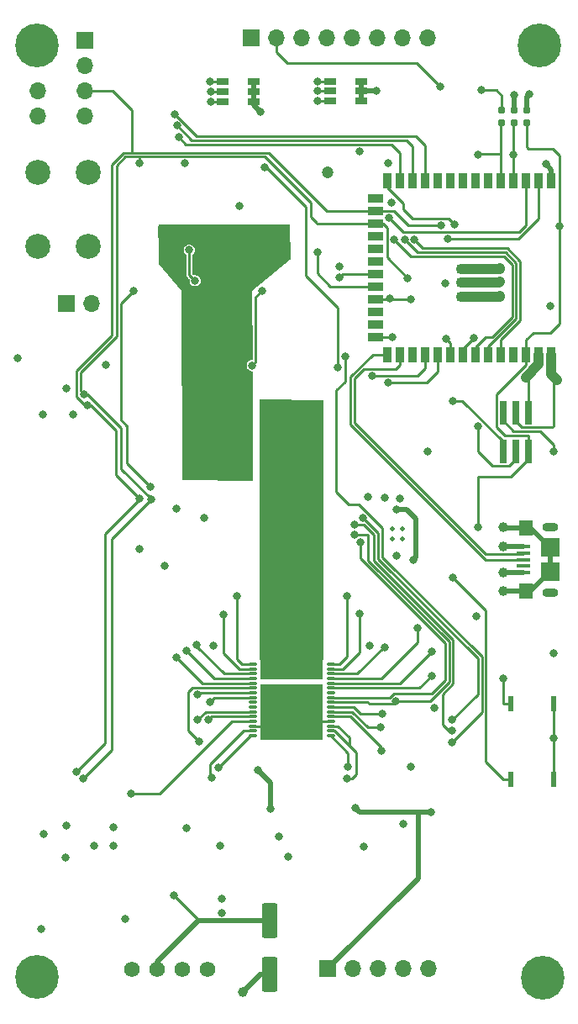
<source format=gbr>
%TF.GenerationSoftware,KiCad,Pcbnew,7.0.6-0*%
%TF.CreationDate,2023-08-11T12:33:22-04:00*%
%TF.ProjectId,bitaxeMax,62697461-7865-44d6-9178-2e6b69636164,rev?*%
%TF.SameCoordinates,Original*%
%TF.FileFunction,Copper,L4,Bot*%
%TF.FilePolarity,Positive*%
%FSLAX46Y46*%
G04 Gerber Fmt 4.6, Leading zero omitted, Abs format (unit mm)*
G04 Created by KiCad (PCBNEW 7.0.6-0) date 2023-08-11 12:33:22*
%MOMM*%
%LPD*%
G01*
G04 APERTURE LIST*
G04 Aperture macros list*
%AMRoundRect*
0 Rectangle with rounded corners*
0 $1 Rounding radius*
0 $2 $3 $4 $5 $6 $7 $8 $9 X,Y pos of 4 corners*
0 Add a 4 corners polygon primitive as box body*
4,1,4,$2,$3,$4,$5,$6,$7,$8,$9,$2,$3,0*
0 Add four circle primitives for the rounded corners*
1,1,$1+$1,$2,$3*
1,1,$1+$1,$4,$5*
1,1,$1+$1,$6,$7*
1,1,$1+$1,$8,$9*
0 Add four rect primitives between the rounded corners*
20,1,$1+$1,$2,$3,$4,$5,0*
20,1,$1+$1,$4,$5,$6,$7,0*
20,1,$1+$1,$6,$7,$8,$9,0*
20,1,$1+$1,$8,$9,$2,$3,0*%
G04 Aperture macros list end*
%TA.AperFunction,ComponentPad*%
%ADD10O,1.700000X1.700000*%
%TD*%
%TA.AperFunction,ComponentPad*%
%ADD11C,0.500000*%
%TD*%
%TA.AperFunction,ComponentPad*%
%ADD12C,0.700000*%
%TD*%
%TA.AperFunction,ComponentPad*%
%ADD13C,4.400000*%
%TD*%
%TA.AperFunction,ComponentPad*%
%ADD14C,0.400000*%
%TD*%
%TA.AperFunction,SMDPad,CuDef*%
%ADD15R,0.508000X1.524000*%
%TD*%
%TA.AperFunction,ComponentPad*%
%ADD16C,1.574800*%
%TD*%
%TA.AperFunction,ComponentPad*%
%ADD17R,1.700000X1.700000*%
%TD*%
%TA.AperFunction,ComponentPad*%
%ADD18C,2.520000*%
%TD*%
%TA.AperFunction,SMDPad,CuDef*%
%ADD19R,0.900000X1.500000*%
%TD*%
%TA.AperFunction,SMDPad,CuDef*%
%ADD20R,1.500000X0.900000*%
%TD*%
%TA.AperFunction,SMDPad,CuDef*%
%ADD21R,0.900000X0.900000*%
%TD*%
%TA.AperFunction,SMDPad,CuDef*%
%ADD22RoundRect,0.135000X0.295000X0.000000X-0.295000X0.000000X-0.295000X0.000000X0.295000X0.000000X0*%
%TD*%
%TA.AperFunction,SMDPad,CuDef*%
%ADD23R,6.300000X1.850000*%
%TD*%
%TA.AperFunction,SMDPad,CuDef*%
%ADD24R,6.300000X5.550000*%
%TD*%
%TA.AperFunction,ConnectorPad*%
%ADD25C,0.787400*%
%TD*%
%TA.AperFunction,SMDPad,CuDef*%
%ADD26R,1.193800X0.711200*%
%TD*%
%TA.AperFunction,SMDPad,CuDef*%
%ADD27RoundRect,0.250000X-0.550000X1.500000X-0.550000X-1.500000X0.550000X-1.500000X0.550000X1.500000X0*%
%TD*%
%TA.AperFunction,SMDPad,CuDef*%
%ADD28R,0.760000X2.400000*%
%TD*%
%TA.AperFunction,SMDPad,CuDef*%
%ADD29R,1.346200X0.406400*%
%TD*%
%TA.AperFunction,SMDPad,CuDef*%
%ADD30R,1.397000X1.600200*%
%TD*%
%TA.AperFunction,SMDPad,CuDef*%
%ADD31R,1.905000X1.905000*%
%TD*%
%TA.AperFunction,ComponentPad*%
%ADD32O,1.600200X0.914400*%
%TD*%
%TA.AperFunction,ViaPad*%
%ADD33C,0.800000*%
%TD*%
%TA.AperFunction,ViaPad*%
%ADD34C,1.000000*%
%TD*%
%TA.AperFunction,ViaPad*%
%ADD35C,1.200000*%
%TD*%
%TA.AperFunction,Conductor*%
%ADD36C,0.254000*%
%TD*%
%TA.AperFunction,Conductor*%
%ADD37C,0.508000*%
%TD*%
%TA.AperFunction,Conductor*%
%ADD38C,1.000000*%
%TD*%
G04 APERTURE END LIST*
D10*
%TO.P,,*%
%TO.N,GND*%
X80110000Y-55129000D03*
%TD*%
D11*
%TO.P,U2,16,GND*%
%TO.N,GND*%
X116830000Y-99283600D03*
%TO.P,U2,17,GND*%
X116830000Y-100283600D03*
%TO.P,U2,18,GND*%
X115830000Y-100283600D03*
%TO.P,U2,19,GND*%
X115830000Y-99283600D03*
%TD*%
D12*
%TO.P,H4,1*%
%TO.N,N/C*%
X78337000Y-50603000D03*
X78820274Y-49436274D03*
X78820274Y-51769726D03*
X79987000Y-48953000D03*
D13*
X79987000Y-50603000D03*
D12*
X79987000Y-52253000D03*
X81153726Y-49436274D03*
X81153726Y-51769726D03*
X81637000Y-50603000D03*
%TD*%
%TO.P,H3,1*%
%TO.N,N/C*%
X129330000Y-144470000D03*
X129813274Y-143303274D03*
X129813274Y-145636726D03*
X130980000Y-142820000D03*
D13*
X130980000Y-144470000D03*
D12*
X130980000Y-146120000D03*
X132146726Y-143303274D03*
X132146726Y-145636726D03*
X132630000Y-144470000D03*
%TD*%
%TO.P,H2,1*%
%TO.N,N/C*%
X129033000Y-50604000D03*
X129516274Y-49437274D03*
X129516274Y-51770726D03*
X130683000Y-48954000D03*
D13*
X130683000Y-50604000D03*
D12*
X130683000Y-52254000D03*
X131849726Y-49437274D03*
X131849726Y-51770726D03*
X132333000Y-50604000D03*
%TD*%
%TO.P,H1,1*%
%TO.N,N/C*%
X78370000Y-144380000D03*
X78853274Y-143213274D03*
X78853274Y-145546726D03*
X80020000Y-142730000D03*
D13*
X80020000Y-144380000D03*
D12*
X80020000Y-146030000D03*
X81186726Y-143213274D03*
X81186726Y-145546726D03*
X81670000Y-144380000D03*
%TD*%
D14*
%TO.P,U9,11,GND*%
%TO.N,GND*%
X98201691Y-68847200D03*
X99151691Y-69422200D03*
X97251691Y-69422200D03*
X98201691Y-69997200D03*
%TD*%
D10*
%TO.P,,*%
%TO.N,/Power/VIN*%
X80110000Y-57669000D03*
%TD*%
D15*
%TO.P,SW1,1*%
%TO.N,GND*%
X132080000Y-116840000D03*
%TO.P,SW1,2*%
%TO.N,/ESP32/EN*%
X127762000Y-116840000D03*
%TD*%
D16*
%TO.P,J4,1,Pin_1*%
%TO.N,GND*%
X89621000Y-143622000D03*
%TO.P,J4,2,Pin_2*%
%TO.N,/5V*%
X92161000Y-143622000D03*
%TO.P,J4,3,Pin_3*%
%TO.N,/Fan/FAN_TACH*%
X94701000Y-143622000D03*
%TO.P,J4,4,Pin_4*%
%TO.N,/Fan/FAN_PWM*%
X97241000Y-143622000D03*
%TD*%
D17*
%TO.P,J9,1,Pin_1*%
%TO.N,GND*%
X84859000Y-50049000D03*
D10*
%TO.P,J9,2,Pin_2*%
%TO.N,/3V3*%
X84859000Y-52589000D03*
%TO.P,J9,3,Pin_3*%
%TO.N,/SCL*%
X84859000Y-55129000D03*
%TO.P,J9,4,Pin_4*%
%TO.N,/SDA*%
X84859000Y-57669000D03*
%TD*%
D18*
%TO.P,J2,1,Pin_1*%
%TO.N,GND*%
X85190000Y-63390000D03*
X80110000Y-63390000D03*
%TD*%
%TO.P,J1,1,Pin_1*%
%TO.N,/Power/VIN*%
X85190000Y-70810000D03*
X80110000Y-70810000D03*
%TD*%
D17*
%TO.P,J6,1,Pin_1*%
%TO.N,/BI*%
X101626000Y-49799000D03*
D10*
%TO.P,J6,2,Pin_2*%
%TO.N,/RST*%
X104166000Y-49799000D03*
%TO.P,J6,3,Pin_3*%
%TO.N,/RX*%
X106706000Y-49799000D03*
%TO.P,J6,4,Pin_4*%
%TO.N,/TX*%
X109246000Y-49799000D03*
%TO.P,J6,5,Pin_5*%
%TO.N,/SDA*%
X111786000Y-49799000D03*
%TO.P,J6,6,Pin_6*%
%TO.N,/SCL*%
X114326000Y-49799000D03*
%TO.P,J6,7,Pin_7*%
%TO.N,/3V3*%
X116866000Y-49799000D03*
%TO.P,J6,8,Pin_8*%
%TO.N,GND*%
X119406000Y-49799000D03*
%TD*%
D17*
%TO.P,J7,1,Pin_1*%
%TO.N,/Power/VIN*%
X83000000Y-76540000D03*
D10*
%TO.P,J7,2,Pin_2*%
%TO.N,/5V*%
X85540000Y-76540000D03*
%TD*%
D17*
%TO.P,J3,1,Pin_1*%
%TO.N,/BM1397/1V8*%
X109350000Y-143580000D03*
D10*
%TO.P,J3,2,Pin_2*%
%TO.N,/BM1397/CI*%
X111890000Y-143580000D03*
%TO.P,J3,3,Pin_3*%
%TO.N,/BM1397/RO*%
X114430000Y-143580000D03*
%TO.P,J3,4,Pin_4*%
%TO.N,/BM1397/RST_N*%
X116970000Y-143580000D03*
%TO.P,J3,5,Pin_5*%
%TO.N,GND*%
X119510000Y-143580000D03*
%TD*%
D19*
%TO.P,U12,1,GND*%
%TO.N,GND*%
X131870000Y-81710000D03*
%TO.P,U12,2,3V3*%
%TO.N,/3V3*%
X130600000Y-81710000D03*
%TO.P,U12,3,EN*%
%TO.N,/ESP32/EN*%
X129330000Y-81710000D03*
%TO.P,U12,4,GPIO4/TOUCH4/ADC1_CH3*%
%TO.N,unconnected-(U12-GPIO4{slash}TOUCH4{slash}ADC1_CH3-Pad4)*%
X128060000Y-81710000D03*
%TO.P,U12,5,GPIO5/TOUCH5/ADC1_CH4*%
%TO.N,/ESP32/LEDZ_R*%
X126790000Y-81710000D03*
%TO.P,U12,6,GPIO6/TOUCH6/ADC1_CH5*%
%TO.N,/ESP32/LEDZ_G*%
X125520000Y-81710000D03*
%TO.P,U12,7,GPIO7/TOUCH7/ADC1_CH6*%
%TO.N,/ESP32/LEDZ_B*%
X124250000Y-81710000D03*
%TO.P,U12,8,GPIO15/U0RTS/ADC2_CH4/XTAL_32K_P*%
%TO.N,/ESP32/XIN32*%
X122980000Y-81710000D03*
%TO.P,U12,9,GPIO16/U0CTS/ADC2_CH5/XTAL_32K_NH5*%
%TO.N,/ESP32/XOUT32*%
X121710000Y-81710000D03*
%TO.P,U12,10,GPIO17/U1TXD/ADC2_CH6*%
%TO.N,/TX*%
X120440000Y-81710000D03*
%TO.P,U12,11,GPIO18/U1RXD/ADC2_CH7/CLK_OUT3*%
%TO.N,/RX*%
X119170000Y-81710000D03*
%TO.P,U12,12,GPIO8/TOUCH8/ADC1_CH7/SUBSPICS1*%
%TO.N,unconnected-(U12-GPIO8{slash}TOUCH8{slash}ADC1_CH7{slash}SUBSPICS1-Pad12)*%
X117900000Y-81710000D03*
%TO.P,U12,13,GPIO19/U1RTS/ADC2_CH8/CLK_OUT2/USB_D-*%
%TO.N,Net-(U12-GPIO19{slash}U1RTS{slash}ADC2_CH8{slash}CLK_OUT2{slash}USB_D-)*%
X116630000Y-81710000D03*
%TO.P,U12,14,GPIO20/U1CTS/ADC2_CH9/CLK_OUT1/USB_D+*%
%TO.N,Net-(U12-GPIO20{slash}U1CTS{slash}ADC2_CH9{slash}CLK_OUT1{slash}USB_D+)*%
X115360000Y-81710000D03*
D20*
%TO.P,U12,15,GPIO3/TOUCH3/ADC1_CH2\u002A*%
%TO.N,/3V3*%
X114110000Y-79945000D03*
%TO.P,U12,16,\u002AGPIO46*%
%TO.N,unconnected-(U12-\u002AGPIO46-Pad16)*%
X114110000Y-78675000D03*
%TO.P,U12,17,GPIO9/TOUCH9/ADC1_CH8/FSPIHD/SUBSPIHD*%
%TO.N,unconnected-(U12-GPIO9{slash}TOUCH9{slash}ADC1_CH8{slash}FSPIHD{slash}SUBSPIHD-Pad17)*%
X114110000Y-77405000D03*
%TO.P,U12,18,GPIO10/TOUCH10/ADC1_CH9/FSPICS0/FSPIIO4/SUBSPICS0*%
%TO.N,/BI*%
X114110000Y-76135000D03*
%TO.P,U12,19,GPIO11/TOUCH11/ADC2_CH0/FSPID/FSPIIO5/SUBSPID*%
%TO.N,/Power/PGOOD*%
X114110000Y-74865000D03*
%TO.P,U12,20,GPIO12/TOUCH12/ADC2_CH1/FSPICLK/FSPIIO6/SUBSPICLK*%
%TO.N,/ESP32/FAN_ALERT*%
X114110000Y-73595000D03*
%TO.P,U12,21,GPIO13/TOUCH13/ADC2_CH2/FSPIQ/FSPIIO7/SUBSPIQ*%
%TO.N,unconnected-(U12-GPIO13{slash}TOUCH13{slash}ADC2_CH2{slash}FSPIQ{slash}FSPIIO7{slash}SUBSPIQ-Pad21)*%
X114110000Y-72325000D03*
%TO.P,U12,22,GPIO14/TOUCH14/ADC2_CH3/FSPIWP/FSPIDQS/SUBSPIWP*%
%TO.N,unconnected-(U12-GPIO14{slash}TOUCH14{slash}ADC2_CH3{slash}FSPIWP{slash}FSPIDQS{slash}SUBSPIWP-Pad22)*%
X114110000Y-71055000D03*
%TO.P,U12,23,GPIO21*%
%TO.N,unconnected-(U12-GPIO21-Pad23)*%
X114110000Y-69785000D03*
%TO.P,U12,24,GPIO47/SPICLK_P/SUBSPICLK_P_DIFF*%
%TO.N,/SDA*%
X114110000Y-68515000D03*
%TO.P,U12,25,GPIO48/SPICLK_N/SUBSPICLK_N_DIFF*%
%TO.N,/SCL*%
X114110000Y-67245000D03*
%TO.P,U12,26,\u002AGPIO45*%
%TO.N,unconnected-(U12-\u002AGPIO45-Pad26)*%
X114110000Y-65975000D03*
D19*
%TO.P,U12,27,GPIO0/BOOT\u002A*%
%TO.N,/ESP32/IO0*%
X115360000Y-64210000D03*
%TO.P,U12,28,SPIIO6/GPIO35/FSPID/SUBSPID*%
%TO.N,/ESP32/LEDX_R*%
X116630000Y-64210000D03*
%TO.P,U12,29,SPIIO7/GPIO36/FSPICLK/SUBSPICLK*%
%TO.N,/ESP32/LEDX_G*%
X117900000Y-64210000D03*
%TO.P,U12,30,SPIDQS/GPIO37/FSPIQ/SUBSPIQ*%
%TO.N,/ESP32/LEDX_B*%
X119170000Y-64210000D03*
%TO.P,U12,31,GPIO38/FSPIWP/SUBSPIWP*%
%TO.N,unconnected-(U12-GPIO38{slash}FSPIWP{slash}SUBSPIWP-Pad31)*%
X120440000Y-64210000D03*
%TO.P,U12,32,MTCK/GPIO39/CLK_OUT3/SUBSPICS1*%
%TO.N,unconnected-(U12-MTCK{slash}GPIO39{slash}CLK_OUT3{slash}SUBSPICS1-Pad32)*%
X121710000Y-64210000D03*
%TO.P,U12,33,MTDO/GPIO40/CLK_OUT2*%
%TO.N,unconnected-(U12-MTDO{slash}GPIO40{slash}CLK_OUT2-Pad33)*%
X122980000Y-64210000D03*
%TO.P,U12,34,MTDI/GPIO41/CLK_OUT1*%
%TO.N,unconnected-(U12-MTDI{slash}GPIO41{slash}CLK_OUT1-Pad34)*%
X124250000Y-64210000D03*
%TO.P,U12,35,MTMS/GPIO42*%
%TO.N,unconnected-(U12-MTMS{slash}GPIO42-Pad35)*%
X125520000Y-64210000D03*
%TO.P,U12,36,U0RXD/GPIO44/CLK_OUT2*%
%TO.N,/ESP32/P_RX*%
X126790000Y-64210000D03*
%TO.P,U12,37,U0TXD/GPIO43/CLK_OUT1*%
%TO.N,/ESP32/P_TX*%
X128060000Y-64210000D03*
%TO.P,U12,38,GPIO2/TOUCH2/ADC1_CH1*%
%TO.N,/VDD*%
X129330000Y-64210000D03*
%TO.P,U12,39,GPIO1/TOUCH1/ADC1_CH0*%
%TO.N,/RST*%
X130600000Y-64210000D03*
%TO.P,U12,40,GND*%
%TO.N,GND*%
X131870000Y-64210000D03*
D21*
%TO.P,U12,41,GND*%
X122750000Y-75860000D03*
X124150000Y-75860000D03*
X125550000Y-75860000D03*
X122750000Y-74460000D03*
X124150000Y-74460000D03*
X125550000Y-74460000D03*
X122750000Y-73060000D03*
X124150000Y-73060000D03*
X125550000Y-73060000D03*
%TD*%
D22*
%TO.P,IC1,1,VDD3_0*%
%TO.N,Net-(IC1-VDD3_0)*%
X109624600Y-112880000D03*
%TO.P,IC1,2,VDD2_0*%
%TO.N,Net-(IC1-VDD2_0)*%
X109624600Y-113360000D03*
%TO.P,IC1,3,VDD1_0*%
%TO.N,Net-(IC1-VDD1_0)*%
X109624600Y-113840000D03*
%TO.P,IC1,4,ADDR0*%
%TO.N,Net-(IC1-ADDR0)*%
X109624600Y-114320000D03*
%TO.P,IC1,5,ADDR1*%
%TO.N,Net-(IC1-ADDR1)*%
X109624600Y-114800000D03*
%TO.P,IC1,6,ADDR2*%
%TO.N,Net-(IC1-ADDR2)*%
X109624600Y-115280000D03*
%TO.P,IC1,7,TEST*%
%TO.N,unconnected-(IC1-TEST-Pad7)*%
X109624600Y-115760000D03*
%TO.P,IC1,8,BI*%
%TO.N,/BM1397/BM_BI*%
X109624600Y-116240000D03*
%TO.P,IC1,9,NRSTI*%
%TO.N,/BM1397/RST_N*%
X109624600Y-116720000D03*
%TO.P,IC1,10,RO*%
%TO.N,Net-(IC1-RO)*%
X109624600Y-117200000D03*
%TO.P,IC1,11,CI*%
%TO.N,Net-(IC1-CI)*%
X109624600Y-117680000D03*
%TO.P,IC1,12,CLKI*%
%TO.N,/BM1397/BM_CLKI*%
X109624600Y-118160000D03*
%TO.P,IC1,13,PLL_VSS*%
%TO.N,GND*%
X109624600Y-118640000D03*
%TO.P,IC1,14,PLL_VDD*%
%TO.N,/BM1397/0V8*%
X109624600Y-119120000D03*
%TO.P,IC1,15,VDDIO_08_0*%
X109624600Y-119600000D03*
%TO.P,IC1,16,VDDIO_18_0*%
%TO.N,/BM1397/1V8*%
X109624600Y-120080000D03*
%TO.P,IC1,17,VDDIO_18_1*%
X101755400Y-120080000D03*
%TO.P,IC1,18,VDDIO_08_1*%
%TO.N,/BM1397/0V8*%
X101755400Y-119600000D03*
%TO.P,IC1,19,VSS*%
%TO.N,GND*%
X101755400Y-119120000D03*
%TO.P,IC1,20,PIN_MODE*%
%TO.N,Net-(IC1-PIN_MODE)*%
X101755400Y-118640000D03*
%TO.P,IC1,21,TEMP_N*%
%TO.N,/TEMP_N*%
X101755400Y-118160000D03*
%TO.P,IC1,22,TEMP_P*%
%TO.N,/TEMP_P*%
X101755400Y-117680000D03*
%TO.P,IC1,23,RF*%
%TO.N,unconnected-(IC1-RF-Pad23)*%
X101755400Y-117200000D03*
%TO.P,IC1,24,TF*%
%TO.N,unconnected-(IC1-TF-Pad24)*%
X101755400Y-116720000D03*
%TO.P,IC1,25,CLKO*%
%TO.N,Net-(IC1-CLKO)*%
X101755400Y-116240000D03*
%TO.P,IC1,26,CO*%
%TO.N,Net-(IC1-CO)*%
X101755400Y-115760000D03*
%TO.P,IC1,27,RI*%
%TO.N,Net-(IC1-RI)*%
X101755400Y-115280000D03*
%TO.P,IC1,28,NRSTO*%
%TO.N,Net-(IC1-NRSTO)*%
X101755400Y-114800000D03*
%TO.P,IC1,29,BO*%
%TO.N,Net-(IC1-BO)*%
X101755400Y-114320000D03*
%TO.P,IC1,30,VDD1_1*%
%TO.N,Net-(IC1-VDD1_1)*%
X101755400Y-113840000D03*
%TO.P,IC1,31,VDD2_1*%
%TO.N,Net-(IC1-VDD2_1)*%
X101755400Y-113360000D03*
%TO.P,IC1,32,VDD3_1*%
%TO.N,Net-(IC1-VDD3_1)*%
X101755400Y-112880000D03*
D23*
%TO.P,IC1,33,VDD*%
%TO.N,/VDD*%
X105690000Y-113480000D03*
D24*
%TO.P,IC1,34,VSS_0*%
%TO.N,GND*%
X105690000Y-117680000D03*
%TD*%
D25*
%TO.P,J5,1,Pin_1*%
%TO.N,/ESP32/EN*%
X129400000Y-58365000D03*
%TO.P,J5,2,Pin_2*%
%TO.N,/3V3*%
X129400000Y-57095000D03*
%TO.P,J5,3,Pin_3*%
%TO.N,/ESP32/P_TX*%
X128130000Y-58365000D03*
%TO.P,J5,4,Pin_4*%
%TO.N,GND*%
X128130000Y-57095000D03*
%TO.P,J5,5,Pin_5*%
%TO.N,/ESP32/P_RX*%
X126860000Y-58365000D03*
%TO.P,J5,6,Pin_6*%
%TO.N,/ESP32/IO0*%
X126860000Y-57095000D03*
%TD*%
D15*
%TO.P,SW2,1*%
%TO.N,GND*%
X132080000Y-124460000D03*
%TO.P,SW2,2*%
%TO.N,/ESP32/IO0*%
X127762000Y-124460000D03*
%TD*%
D26*
%TO.P,U13,1,BC*%
%TO.N,GND*%
X112698247Y-54179999D03*
%TO.P,U13,2,GC*%
X112698247Y-55180000D03*
%TO.P,U13,3,RC*%
X112698247Y-56180001D03*
%TO.P,U13,4,RA*%
%TO.N,Net-(U13-RA)*%
X109574047Y-56180001D03*
%TO.P,U13,5,GA*%
%TO.N,Net-(U13-GA)*%
X109574047Y-55180000D03*
%TO.P,U13,6,BA*%
%TO.N,Net-(U13-BA)*%
X109574047Y-54179999D03*
%TD*%
D27*
%TO.P,C28,1*%
%TO.N,/5V*%
X103490000Y-138720000D03*
%TO.P,C28,2*%
%TO.N,GND*%
X103490000Y-144120000D03*
%TD*%
D28*
%TO.P,J11,1,1*%
%TO.N,/ESP32/EN*%
X129540000Y-91440000D03*
%TO.P,J11,2,2*%
%TO.N,/3V3*%
X129540000Y-87540000D03*
%TO.P,J11,3,3*%
%TO.N,/ESP32/P_TX*%
X128270000Y-91440000D03*
%TO.P,J11,4,4*%
%TO.N,GND*%
X128270000Y-87540000D03*
%TO.P,J11,5,5*%
%TO.N,/ESP32/P_RX*%
X127000000Y-91440000D03*
%TO.P,J11,6,6*%
%TO.N,/ESP32/IO0*%
X127000000Y-87540000D03*
%TD*%
D26*
%TO.P,U4,1,BC*%
%TO.N,GND*%
X101864394Y-54209999D03*
%TO.P,U4,2,GC*%
X101864394Y-55210000D03*
%TO.P,U4,3,RC*%
X101864394Y-56210001D03*
%TO.P,U4,4,RA*%
%TO.N,Net-(U4-RA)*%
X98740194Y-56210001D03*
%TO.P,U4,5,GA*%
%TO.N,Net-(U4-GA)*%
X98740194Y-55210000D03*
%TO.P,U4,6,BA*%
%TO.N,Net-(U4-BA)*%
X98740194Y-54209999D03*
%TD*%
D29*
%TO.P,USB1,1,VBUS*%
%TO.N,Net-(USB1-VBUS)*%
X129061999Y-101059998D03*
%TO.P,USB1,2,D-*%
%TO.N,Net-(U12-GPIO19{slash}U1RTS{slash}ADC2_CH8{slash}CLK_OUT2{slash}USB_D-)*%
X129061999Y-101709999D03*
%TO.P,USB1,3,D+*%
%TO.N,Net-(U12-GPIO20{slash}U1CTS{slash}ADC2_CH9{slash}CLK_OUT1{slash}USB_D+)*%
X129061999Y-102359998D03*
%TO.P,USB1,4,ID*%
%TO.N,unconnected-(USB1-ID-Pad4)*%
X129061999Y-103009997D03*
%TO.P,USB1,5,GND*%
%TO.N,GND*%
X129061999Y-103659998D03*
D30*
%TO.P,USB1,6,6*%
X129286999Y-99159997D03*
%TO.P,USB1,7,7*%
X129286999Y-105559999D03*
D31*
%TO.P,USB1,8,8*%
X131737000Y-101159998D03*
%TO.P,USB1,9,9*%
X131737000Y-103559998D03*
D32*
%TO.P,USB1,S_1*%
%TO.N,N/C*%
X131737000Y-99060000D03*
%TO.P,USB1,S_2*%
X131737000Y-105659996D03*
%TD*%
D33*
%TO.N,GND*%
X103110000Y-115590000D03*
X97830000Y-111040000D03*
X80410000Y-139600000D03*
D34*
X127000000Y-105559999D03*
D33*
X78090000Y-82060000D03*
X100850600Y-73131400D03*
X103110000Y-116950000D03*
X116910000Y-128990000D03*
X104630000Y-119670000D03*
D34*
X126719000Y-75842000D03*
X127000000Y-103659998D03*
D33*
X97320000Y-93500000D03*
X131300000Y-62500000D03*
X112980000Y-131260000D03*
X108120000Y-119660000D03*
X97320000Y-87878600D03*
X100580000Y-87270000D03*
X97320000Y-84830000D03*
X98860000Y-84830000D03*
X114230000Y-55160000D03*
X104630000Y-115590000D03*
X98682000Y-136516000D03*
X98860000Y-93500000D03*
X106450000Y-116920000D03*
X128120000Y-55550000D03*
X113540000Y-111040000D03*
X95400600Y-69431400D03*
X106450000Y-119640000D03*
D34*
X100765000Y-145890000D03*
D33*
X94890000Y-62470000D03*
X97320000Y-86310000D03*
X106450000Y-118280000D03*
X80660000Y-87760000D03*
X97320000Y-89650000D03*
X132080000Y-120380000D03*
D34*
X126719000Y-74372000D03*
D33*
X103110000Y-119670000D03*
X90360055Y-101249945D03*
X88908900Y-138550000D03*
X98860000Y-91520000D03*
X117730000Y-123190000D03*
X104630000Y-118310000D03*
X121210000Y-74547000D03*
X120110000Y-117300000D03*
X98860000Y-86310000D03*
X97320000Y-91520000D03*
X102570000Y-57250000D03*
X87764000Y-129341000D03*
X115749000Y-66446000D03*
X113410000Y-96043600D03*
X112512000Y-61250000D03*
X106450000Y-115560000D03*
X95110000Y-129400000D03*
X98860000Y-89650000D03*
X104630000Y-116950000D03*
X86970000Y-82770000D03*
D34*
X126719000Y-73012000D03*
D33*
X105330000Y-132320000D03*
X104430000Y-130240000D03*
X108120000Y-115580000D03*
D34*
X132450000Y-84290000D03*
D33*
X124308576Y-108035637D03*
X108120000Y-118300000D03*
X108120000Y-116940000D03*
X98860000Y-87878600D03*
X103110000Y-118310000D03*
X116274100Y-101933600D03*
X83001194Y-129118806D03*
X96840000Y-98140000D03*
X92910000Y-102990000D03*
D34*
X127000000Y-99060000D03*
D33*
X100580000Y-85521400D03*
%TO.N,/BM1397/1V8*%
X116260000Y-97313600D03*
X119760000Y-127770000D03*
X117940000Y-102413600D03*
X112130000Y-127390000D03*
X111380000Y-123250000D03*
X98320000Y-123300000D03*
%TO.N,/BM1397/0V8*%
X111240000Y-124400000D03*
X97650000Y-124350000D03*
X102260000Y-123530000D03*
X103530000Y-127490000D03*
%TO.N,/VDD*%
X110361000Y-82986000D03*
X115517000Y-67970000D03*
X103000000Y-104240000D03*
X105152000Y-113890000D03*
D35*
X107870000Y-90540000D03*
X107910000Y-92670000D03*
D33*
X104126000Y-113110000D03*
X108330000Y-104270000D03*
X108230000Y-113150000D03*
X103100000Y-113900000D03*
X103000000Y-62838100D03*
X107204000Y-113920000D03*
D35*
X107910000Y-94640000D03*
D33*
X106178000Y-113110000D03*
D35*
X105880000Y-90540000D03*
X105880000Y-88500000D03*
X107850000Y-88520000D03*
X105930000Y-94670000D03*
X105900000Y-92650000D03*
D33*
%TO.N,/ESP32/EN*%
X127000000Y-114300000D03*
X132665000Y-68760000D03*
X124460000Y-99060000D03*
%TO.N,/5V*%
X85750000Y-131200000D03*
X100470000Y-66770000D03*
X93869000Y-136167000D03*
X87748000Y-131214000D03*
X119380000Y-91440000D03*
D35*
X109323000Y-63360000D03*
D33*
X98450000Y-131200000D03*
%TO.N,/3V3*%
X115457000Y-62413000D03*
X115060000Y-96153600D03*
X129610000Y-55490000D03*
D34*
X129310000Y-83980000D03*
D33*
X115840000Y-79945000D03*
X110536000Y-72864000D03*
X131744000Y-76848000D03*
X98662000Y-137914100D03*
X116600000Y-96213600D03*
X83700000Y-87750000D03*
X80676100Y-129980000D03*
X82880000Y-132350000D03*
X94100000Y-97190000D03*
X132080000Y-111760000D03*
X82990000Y-85090000D03*
%TO.N,/TX*%
X115412000Y-84554000D03*
%TO.N,/RX*%
X113836000Y-83855000D03*
%TO.N,/BM1397/RST_N*%
X112070000Y-99853600D03*
X116190000Y-116610000D03*
%TO.N,/BM1397/CI*%
X121880000Y-119600000D03*
X112020000Y-98843600D03*
%TO.N,/RST*%
X120676000Y-54726000D03*
X121437000Y-70037900D03*
%TO.N,/BM1397/RO*%
X112870000Y-98163600D03*
X121859000Y-118519000D03*
%TO.N,/TEMP_N*%
X97340000Y-118490000D03*
%TO.N,/TEMP_P*%
X96203000Y-118495000D03*
%TO.N,/SCL*%
X120743000Y-68680100D03*
X85120000Y-86810000D03*
X90390000Y-96230000D03*
X84010000Y-123740000D03*
%TO.N,/Power/OUT0*%
X91440000Y-95040000D03*
X89730000Y-75310000D03*
%TO.N,Net-(IC1-VDD1_0)*%
X115070000Y-111160000D03*
%TO.N,Net-(IC1-VDD2_0)*%
X112530000Y-107800000D03*
%TO.N,Net-(IC1-VDD3_0)*%
X111250000Y-106010000D03*
%TO.N,Net-(IC1-VDD3_1)*%
X100180000Y-106040000D03*
%TO.N,Net-(IC1-VDD2_1)*%
X98850000Y-107880000D03*
%TO.N,Net-(IC1-VDD1_1)*%
X96130000Y-110920000D03*
%TO.N,Net-(U9-BOOT)*%
X95368800Y-71183600D03*
X95958800Y-74273600D03*
%TO.N,Net-(IC1-ADDR0)*%
X118380000Y-109220000D03*
%TO.N,Net-(IC1-ADDR1)*%
X119780000Y-111630000D03*
%TO.N,Net-(IC1-ADDR2)*%
X119790000Y-114060000D03*
%TO.N,Net-(IC1-RO)*%
X114800000Y-117880000D03*
%TO.N,Net-(IC1-CI)*%
X114690000Y-119230000D03*
%TO.N,Net-(IC1-PIN_MODE)*%
X89540000Y-125970000D03*
%TO.N,Net-(IC1-CLKO)*%
X97500000Y-116660000D03*
%TO.N,Net-(IC1-CO)*%
X96180000Y-115958900D03*
%TO.N,Net-(IC1-RI)*%
X96360000Y-120670000D03*
%TO.N,Net-(IC1-NRSTO)*%
X94099000Y-112195000D03*
%TO.N,Net-(IC1-BO)*%
X95116000Y-111529000D03*
%TO.N,/BI*%
X117717100Y-76139000D03*
X115546000Y-76073000D03*
%TO.N,Net-(Q2-G)*%
X101710600Y-82811400D03*
X102700000Y-75260000D03*
%TO.N,Net-(U4-BA)*%
X97500000Y-54210000D03*
%TO.N,Net-(U13-BA)*%
X108340000Y-54180000D03*
%TO.N,/ESP32/P_TX*%
X124460000Y-88900000D03*
X128060000Y-61549000D03*
%TO.N,/ESP32/P_RX*%
X124447000Y-61551000D03*
X121920000Y-86360000D03*
%TO.N,/ESP32/IO0*%
X132080000Y-91440000D03*
X124830000Y-55100000D03*
X121920000Y-104140000D03*
X122113000Y-68573000D03*
%TO.N,/ESP32/XIN32*%
X124019000Y-80080000D03*
%TO.N,Net-(U4-GA)*%
X97520000Y-55200000D03*
%TO.N,/ESP32/XOUT32*%
X121248000Y-80100000D03*
%TO.N,/Power/PGOOD*%
X108278900Y-71440000D03*
%TO.N,Net-(U13-GA)*%
X108320000Y-55170000D03*
%TO.N,Net-(U4-RA)*%
X97540000Y-56230000D03*
%TO.N,/ESP32/LEDX_B*%
X93950000Y-57520000D03*
%TO.N,Net-(U13-RA)*%
X108310000Y-56190000D03*
%TO.N,/ESP32/FAN_ALERT*%
X111108000Y-81876000D03*
X121867000Y-120750000D03*
X110497000Y-73924000D03*
%TO.N,/ESP32/LEDZ_B*%
X116044000Y-70126000D03*
%TO.N,/ESP32/LEDX_G*%
X94129945Y-58660055D03*
%TO.N,/ESP32/LEDZ_G*%
X117097000Y-70138000D03*
%TO.N,/BM1397/BM_BI*%
X112660000Y-100653600D03*
%TO.N,/SDA*%
X84702648Y-124392960D03*
X117403141Y-73987441D03*
X84730000Y-85730000D03*
X91500000Y-96290000D03*
X90357445Y-62412445D03*
%TO.N,/BM1397/BM_CLKI*%
X114720000Y-121640000D03*
%TO.N,/ESP32/LEDX_R*%
X94319890Y-59810110D03*
%TO.N,/ESP32/LEDZ_R*%
X118065584Y-70146474D03*
D34*
%TO.N,Net-(USB1-VBUS)*%
X127000000Y-101059998D03*
%TD*%
D36*
%TO.N,GND*%
X101755400Y-119120000D02*
X104250000Y-119120000D01*
X104250000Y-119120000D02*
X105690000Y-117680000D01*
X132080000Y-120380000D02*
X132080000Y-116840000D01*
D37*
X128130000Y-57095000D02*
X128130000Y-55560000D01*
D36*
X131960600Y-89019400D02*
X132080000Y-88900000D01*
D37*
X129081999Y-103659998D02*
X127000000Y-103659998D01*
X127000000Y-105559999D02*
X129306999Y-105559999D01*
X131870000Y-64210000D02*
X131870000Y-63070000D01*
D36*
X132080000Y-124460000D02*
X132080000Y-120380000D01*
D37*
X129736999Y-99159997D02*
X131737000Y-101159998D01*
D36*
X106650000Y-118640000D02*
X105690000Y-117680000D01*
D38*
X122750000Y-75860000D02*
X126701000Y-75860000D01*
D36*
X128270000Y-88408800D02*
X128880600Y-89019400D01*
D37*
X101864394Y-56210001D02*
X101864394Y-56544394D01*
D38*
X122750000Y-73060000D02*
X126671000Y-73060000D01*
D37*
X103490000Y-144120000D02*
X102450000Y-144120000D01*
D36*
X128270000Y-87540000D02*
X128270000Y-88408800D01*
D38*
X132450000Y-84290000D02*
X131870000Y-83710000D01*
X126671000Y-73060000D02*
X126719000Y-73012000D01*
D36*
X109624600Y-118640000D02*
X106650000Y-118640000D01*
D37*
X101864394Y-56210001D02*
X101864394Y-54209999D01*
D36*
X128880600Y-89019400D02*
X131960600Y-89019400D01*
D38*
X122750000Y-74460000D02*
X126631000Y-74460000D01*
D36*
X129736999Y-105559999D02*
X129286999Y-105559999D01*
D37*
X131870000Y-63070000D02*
X131300000Y-62500000D01*
X112698247Y-55180000D02*
X114210000Y-55180000D01*
X129306999Y-99159997D02*
X127099997Y-99159997D01*
X131737000Y-103559998D02*
X129736999Y-105559999D01*
X128130000Y-55560000D02*
X128120000Y-55550000D01*
D36*
X127099997Y-99159997D02*
X127000000Y-99060000D01*
D37*
X102450000Y-144205000D02*
X100765000Y-145890000D01*
X131737000Y-101159998D02*
X131737000Y-103559998D01*
D36*
X129286999Y-99159997D02*
X129736999Y-99159997D01*
D37*
X102450000Y-144120000D02*
X102450000Y-144205000D01*
X112698247Y-54179999D02*
X112698247Y-56180001D01*
X101864394Y-56544394D02*
X102570000Y-57250000D01*
D38*
X126631000Y-74460000D02*
X126719000Y-74372000D01*
D36*
X132080000Y-84660000D02*
X132450000Y-84290000D01*
X132080000Y-88900000D02*
X132080000Y-84660000D01*
D37*
X114210000Y-55180000D02*
X114230000Y-55160000D01*
D38*
X126701000Y-75860000D02*
X126719000Y-75842000D01*
X131870000Y-83710000D02*
X131870000Y-81710000D01*
D36*
%TO.N,/BM1397/1V8*%
X111380000Y-121835400D02*
X111380000Y-123250000D01*
D37*
X117240000Y-97313600D02*
X116260000Y-97313600D01*
X112130000Y-127390000D02*
X112510000Y-127770000D01*
X112510000Y-127770000D02*
X118490000Y-127770000D01*
X118210000Y-98283600D02*
X117240000Y-97313600D01*
D36*
X101540000Y-120080000D02*
X98320000Y-123300000D01*
D37*
X118210000Y-102143600D02*
X118210000Y-98283600D01*
X118490000Y-134440000D02*
X109350000Y-143580000D01*
D36*
X109624600Y-120080000D02*
X111380000Y-121835400D01*
D37*
X118490000Y-127770000D02*
X118490000Y-134440000D01*
D36*
X101755400Y-120080000D02*
X101540000Y-120080000D01*
D37*
X118490000Y-127770000D02*
X119760000Y-127770000D01*
X117940000Y-102413600D02*
X118210000Y-102143600D01*
D36*
%TO.N,/BM1397/0V8*%
X101755400Y-119600000D02*
X100830000Y-119600000D01*
D37*
X103530000Y-127490000D02*
X103530000Y-124800000D01*
D36*
X97460000Y-124160000D02*
X97650000Y-124350000D01*
X111500000Y-120270000D02*
X111500000Y-121000000D01*
X111500000Y-121000000D02*
X111462487Y-121037513D01*
X111760000Y-124400000D02*
X111240000Y-124400000D01*
X111462487Y-121037513D02*
X112220000Y-121795026D01*
X110350000Y-119120000D02*
X111500000Y-120270000D01*
X109624600Y-119600000D02*
X110024974Y-119600000D01*
D37*
X103530000Y-124800000D02*
X102260000Y-123530000D01*
D36*
X109624600Y-119120000D02*
X110350000Y-119120000D01*
X97460000Y-122970000D02*
X97460000Y-124160000D01*
X110024974Y-119600000D02*
X111462487Y-121037513D01*
X112220000Y-123940000D02*
X111760000Y-124400000D01*
X112220000Y-121795026D02*
X112220000Y-123940000D01*
X100830000Y-119600000D02*
X97460000Y-122970000D01*
%TO.N,/VDD*%
X103133100Y-62838100D02*
X103000000Y-62838100D01*
X115517000Y-67970000D02*
X116906000Y-69359000D01*
X110300000Y-82925000D02*
X110300000Y-76960000D01*
X110300000Y-76960000D02*
X107110000Y-73770000D01*
X116906000Y-69359000D02*
X128630000Y-69359000D01*
X128630000Y-69359000D02*
X129330000Y-68659000D01*
X107110000Y-73770000D02*
X107110000Y-66815000D01*
X110361000Y-82986000D02*
X110300000Y-82925000D01*
X129330000Y-68659000D02*
X129330000Y-64210000D01*
X107110000Y-66815000D02*
X103133100Y-62838100D01*
%TO.N,/ESP32/EN*%
X129348000Y-80241000D02*
X129348000Y-80228000D01*
X131995000Y-60960000D02*
X132665000Y-61630000D01*
X127153400Y-89832200D02*
X126340600Y-89019400D01*
X129540000Y-89832200D02*
X127153400Y-89832200D01*
X127820000Y-93980000D02*
X124460000Y-93980000D01*
X129400000Y-60820000D02*
X129540000Y-60960000D01*
X126340600Y-85703400D02*
X129330000Y-82714000D01*
X132665000Y-78605000D02*
X131780000Y-79490000D01*
X124460000Y-93980000D02*
X124460000Y-99060000D01*
X130050000Y-79490000D02*
X129330000Y-80210000D01*
X129348000Y-80228000D02*
X129330000Y-80210000D01*
X129400000Y-58365000D02*
X129400000Y-60820000D01*
X127000000Y-116840000D02*
X127762000Y-116840000D01*
X132665000Y-61630000D02*
X132665000Y-68760000D01*
X126340600Y-89019400D02*
X126340600Y-85703400D01*
X129540000Y-91440000D02*
X129540000Y-89832200D01*
X127000000Y-114300000D02*
X127000000Y-116840000D01*
X129540000Y-60960000D02*
X131995000Y-60960000D01*
X131780000Y-79490000D02*
X130050000Y-79490000D01*
X129330000Y-82714000D02*
X129330000Y-81710000D01*
X129330000Y-80210000D02*
X129330000Y-81710000D01*
X129540000Y-92260000D02*
X127820000Y-93980000D01*
X129540000Y-91440000D02*
X129540000Y-92260000D01*
X132665000Y-68760000D02*
X132665000Y-78605000D01*
D37*
%TO.N,/5V*%
X92161000Y-142859000D02*
X92161000Y-143622000D01*
D36*
X93869000Y-136167000D02*
X96290000Y-138588000D01*
D37*
X95560000Y-139450000D02*
X95560000Y-139460000D01*
X96290000Y-138720000D02*
X95560000Y-139450000D01*
X103490000Y-138720000D02*
X96290000Y-138720000D01*
D36*
X96290000Y-138588000D02*
X96290000Y-138720000D01*
D37*
X95560000Y-139460000D02*
X92161000Y-142859000D01*
D38*
%TO.N,/3V3*%
X130600000Y-82690000D02*
X130600000Y-81710000D01*
D36*
X114110000Y-79945000D02*
X115840000Y-79945000D01*
X129540000Y-84210000D02*
X129310000Y-83980000D01*
X129540000Y-87540000D02*
X129540000Y-84210000D01*
D37*
X129400000Y-55700000D02*
X129610000Y-55490000D01*
D38*
X129310000Y-83980000D02*
X130600000Y-82690000D01*
D37*
X129400000Y-57095000D02*
X129400000Y-55700000D01*
D36*
%TO.N,/TX*%
X119281000Y-84554000D02*
X120440000Y-83395000D01*
X115412000Y-84554000D02*
X119281000Y-84554000D01*
X120440000Y-83395000D02*
X120440000Y-81710000D01*
%TO.N,/RX*%
X113836000Y-83855000D02*
X118414000Y-83855000D01*
X118414000Y-83855000D02*
X119170000Y-83099000D01*
X119170000Y-83099000D02*
X119170000Y-81710000D01*
%TO.N,/BM1397/RST_N*%
X121567857Y-114706400D02*
X119664257Y-116610000D01*
X113349874Y-116720000D02*
X113498785Y-116868911D01*
X112070000Y-99853600D02*
X113410000Y-99853600D01*
X119664257Y-116610000D02*
X116190000Y-116610000D01*
X113410000Y-99853600D02*
X113410000Y-102434208D01*
X113410000Y-102434208D02*
X121567857Y-110592065D01*
X115931089Y-116868911D02*
X116190000Y-116610000D01*
X109624600Y-116720000D02*
X113349874Y-116720000D01*
X113498785Y-116868911D02*
X115931089Y-116868911D01*
X121567857Y-110592065D02*
X121567857Y-114706400D01*
%TO.N,/BM1397/CI*%
X121880000Y-119600000D02*
X121509000Y-119600000D01*
X112974736Y-98843600D02*
X112020000Y-98843600D01*
X113990000Y-102439472D02*
X113990000Y-99858864D01*
X120908000Y-115940993D02*
X121974257Y-114874736D01*
X120908000Y-118999000D02*
X120908000Y-115940993D01*
X121974257Y-114874736D02*
X121974257Y-110423729D01*
X113990000Y-99858864D02*
X112974736Y-98843600D01*
X121974257Y-110423729D02*
X113990000Y-102439472D01*
X121509000Y-119600000D02*
X120908000Y-118999000D01*
%TO.N,/RST*%
X104166000Y-51281000D02*
X104166000Y-49799000D01*
X130550000Y-64260000D02*
X130600000Y-64210000D01*
X121437000Y-70037900D02*
X128525836Y-70037900D01*
X105268000Y-52383000D02*
X104166000Y-51281000D01*
X118333000Y-52383000D02*
X105268000Y-52383000D01*
X120676000Y-54726000D02*
X118333000Y-52383000D01*
X128525836Y-70037900D02*
X130550000Y-68013736D01*
X130550000Y-68013736D02*
X130550000Y-64260000D01*
%TO.N,/BM1397/RO*%
X114396400Y-102271136D02*
X114396400Y-99690000D01*
X124460000Y-115918000D02*
X124460000Y-112334736D01*
X124460000Y-112334736D02*
X114396400Y-102271136D01*
X114396400Y-99690000D02*
X112870000Y-98163600D01*
X121859000Y-118519000D02*
X124460000Y-115918000D01*
%TO.N,/TEMP_N*%
X97340000Y-118490000D02*
X97670000Y-118160000D01*
X97670000Y-118160000D02*
X101755400Y-118160000D01*
%TO.N,/TEMP_P*%
X97018000Y-117680000D02*
X101755400Y-117680000D01*
X96203000Y-118495000D02*
X97018000Y-117680000D01*
%TO.N,/SCL*%
X87990000Y-93830000D02*
X87990000Y-89340000D01*
X90390000Y-96230000D02*
X87990000Y-93830000D01*
X120743000Y-68680100D02*
X117408100Y-68680100D01*
X85460000Y-86810000D02*
X85120000Y-86810000D01*
X84849183Y-86810000D02*
X85120000Y-86810000D01*
X90390000Y-96280000D02*
X86891001Y-99778999D01*
X84004200Y-85965017D02*
X84849183Y-86810000D01*
X89611200Y-61384200D02*
X88761064Y-61384200D01*
X117408100Y-68680100D02*
X115973000Y-67245000D01*
X115973000Y-67245000D02*
X114110000Y-67245000D01*
X89611200Y-61384200D02*
X89611200Y-57093200D01*
X109670000Y-67245000D02*
X114110000Y-67245000D01*
X109646000Y-67269000D02*
X109670000Y-67245000D01*
X87567632Y-62577632D02*
X87567632Y-79787632D01*
X87567632Y-79787632D02*
X84004200Y-83351064D01*
X88761064Y-61384200D02*
X87567632Y-62577632D01*
X84004200Y-83351064D02*
X84004200Y-85965017D01*
X87647000Y-55129000D02*
X84859000Y-55129000D01*
X86891001Y-120858999D02*
X84010000Y-123740000D01*
X109266000Y-67269000D02*
X103381200Y-61384200D01*
X89611200Y-57093200D02*
X87647000Y-55129000D01*
X87990000Y-89340000D02*
X85460000Y-86810000D01*
X90390000Y-96230000D02*
X90390000Y-96280000D01*
X86891001Y-99778999D02*
X86891001Y-120858999D01*
X103381200Y-61384200D02*
X89611200Y-61384200D01*
X109646000Y-67269000D02*
X109266000Y-67269000D01*
%TO.N,/Power/OUT0*%
X89080000Y-92680000D02*
X89080000Y-88900000D01*
X88456400Y-88276400D02*
X88456400Y-76583600D01*
X88456400Y-76583600D02*
X89730000Y-75310000D01*
X91440000Y-95040000D02*
X89080000Y-92680000D01*
X89080000Y-88900000D02*
X88456400Y-88276400D01*
%TO.N,Net-(IC1-VDD1_0)*%
X112300000Y-113840000D02*
X114980000Y-111160000D01*
X109624600Y-113840000D02*
X112300000Y-113840000D01*
X114980000Y-111160000D02*
X115070000Y-111160000D01*
%TO.N,Net-(IC1-VDD2_0)*%
X110850000Y-113370000D02*
X112530000Y-111690000D01*
X109634600Y-113370000D02*
X110850000Y-113370000D01*
X109624600Y-113360000D02*
X109634600Y-113370000D01*
X112530000Y-111690000D02*
X112530000Y-107800000D01*
%TO.N,Net-(IC1-VDD3_0)*%
X110540000Y-112880000D02*
X111250000Y-112170000D01*
X111250000Y-112170000D02*
X111250000Y-106010000D01*
X109624600Y-112880000D02*
X110540000Y-112880000D01*
%TO.N,Net-(IC1-VDD3_1)*%
X100680000Y-112880000D02*
X100180000Y-112380000D01*
X100180000Y-112380000D02*
X100180000Y-106040000D01*
X101755400Y-112880000D02*
X100680000Y-112880000D01*
%TO.N,Net-(IC1-VDD2_1)*%
X100450000Y-113360000D02*
X98850000Y-111760000D01*
X98850000Y-111760000D02*
X98850000Y-107880000D01*
X101755400Y-113360000D02*
X100450000Y-113360000D01*
%TO.N,Net-(IC1-VDD1_1)*%
X101755400Y-113840000D02*
X98890000Y-113840000D01*
X98890000Y-113840000D02*
X96130000Y-111080000D01*
X96130000Y-111080000D02*
X96130000Y-110920000D01*
%TO.N,Net-(U9-BOOT)*%
X95368800Y-73683600D02*
X95368800Y-71183600D01*
X95958800Y-74273600D02*
X95368800Y-73683600D01*
%TO.N,Net-(IC1-ADDR0)*%
X109624600Y-114320000D02*
X114720000Y-114320000D01*
X114720000Y-114320000D02*
X118380000Y-110660000D01*
X118380000Y-110660000D02*
X118380000Y-109220000D01*
%TO.N,Net-(IC1-ADDR1)*%
X116610000Y-114800000D02*
X119780000Y-111630000D01*
X109624600Y-114800000D02*
X116610000Y-114800000D01*
%TO.N,Net-(IC1-ADDR2)*%
X118570000Y-115280000D02*
X119790000Y-114060000D01*
X109624600Y-115280000D02*
X118570000Y-115280000D01*
%TO.N,Net-(IC1-RO)*%
X111950000Y-117200000D02*
X109624600Y-117200000D01*
X111950000Y-117200000D02*
X112630000Y-117880000D01*
X112630000Y-117880000D02*
X114800000Y-117880000D01*
%TO.N,Net-(IC1-CI)*%
X109624600Y-117680000D02*
X111790000Y-117680000D01*
X113350000Y-119240000D02*
X114680000Y-119240000D01*
X111790000Y-117680000D02*
X113350000Y-119240000D01*
X114680000Y-119240000D02*
X114690000Y-119230000D01*
%TO.N,Net-(IC1-PIN_MODE)*%
X92380000Y-125970000D02*
X99710000Y-118640000D01*
X99710000Y-118640000D02*
X101755400Y-118640000D01*
X89540000Y-125970000D02*
X92380000Y-125970000D01*
%TO.N,Net-(IC1-CLKO)*%
X97500000Y-116660000D02*
X97920000Y-116240000D01*
X97920000Y-116240000D02*
X101755400Y-116240000D01*
%TO.N,Net-(IC1-CO)*%
X101755400Y-115760000D02*
X96378900Y-115760000D01*
X96378900Y-115760000D02*
X96180000Y-115958900D01*
%TO.N,Net-(IC1-RI)*%
X95700000Y-115280000D02*
X95280000Y-115700000D01*
X101755400Y-115280000D02*
X95700000Y-115280000D01*
X95280000Y-119590000D02*
X96360000Y-120670000D01*
X95280000Y-115700000D02*
X95280000Y-119590000D01*
%TO.N,Net-(IC1-NRSTO)*%
X96700000Y-114800000D02*
X101755400Y-114800000D01*
X94099000Y-112195000D02*
X94099000Y-112199000D01*
X94099000Y-112199000D02*
X96700000Y-114800000D01*
%TO.N,Net-(IC1-BO)*%
X95116000Y-111529000D02*
X97907000Y-114320000D01*
X97907000Y-114320000D02*
X101755400Y-114320000D01*
%TO.N,/BI*%
X117717100Y-76139000D02*
X117713100Y-76135000D01*
X117713100Y-76135000D02*
X114110000Y-76135000D01*
%TO.N,Net-(Q2-G)*%
X102700000Y-75260000D02*
X102080000Y-75880000D01*
X102080000Y-75880000D02*
X102080000Y-82442000D01*
X102080000Y-82442000D02*
X101710600Y-82811400D01*
%TO.N,Net-(U4-BA)*%
X97500000Y-54210000D02*
X98740194Y-54209999D01*
%TO.N,Net-(U13-BA)*%
X108340000Y-54180000D02*
X109574047Y-54179999D01*
%TO.N,/ESP32/P_TX*%
X125939400Y-92919400D02*
X124460000Y-91440000D01*
X124460000Y-91440000D02*
X124460000Y-88900000D01*
X128060000Y-64210000D02*
X128060000Y-61549000D01*
X128060000Y-58525000D02*
X128060000Y-61549000D01*
X128230000Y-58355000D02*
X128060000Y-58525000D01*
X128270000Y-92260000D02*
X127610600Y-92919400D01*
X127610600Y-92919400D02*
X125939400Y-92919400D01*
X128270000Y-91440000D02*
X128270000Y-92260000D01*
%TO.N,/ESP32/P_RX*%
X126790000Y-64210000D02*
X126790000Y-61478000D01*
X122880817Y-86360000D02*
X121920000Y-86360000D01*
X127000000Y-90479183D02*
X122880817Y-86360000D01*
X124520000Y-61478000D02*
X124447000Y-61551000D01*
X126790000Y-61478000D02*
X124520000Y-61478000D01*
X126790000Y-61478000D02*
X126790000Y-58525000D01*
X127000000Y-91440000D02*
X127000000Y-90479183D01*
X126790000Y-58525000D02*
X126960000Y-58355000D01*
%TO.N,/ESP32/IO0*%
X126830000Y-56955000D02*
X126960000Y-57085000D01*
X125272800Y-122732800D02*
X125272800Y-107492800D01*
X132080000Y-91440000D02*
X132080000Y-90760600D01*
X122113000Y-68573000D02*
X121540700Y-68000700D01*
X127000000Y-88360000D02*
X128065800Y-89425800D01*
X125272800Y-107492800D02*
X121920000Y-104140000D01*
X117843700Y-68000700D02*
X116965817Y-67122817D01*
X116965817Y-66474000D02*
X115360000Y-64868183D01*
X130745200Y-89425800D02*
X132080000Y-90760600D01*
X121540700Y-68000700D02*
X117843700Y-68000700D01*
X126310000Y-55100000D02*
X126830000Y-55620000D01*
X115360000Y-64868183D02*
X115360000Y-64210000D01*
X124830000Y-55100000D02*
X126310000Y-55100000D01*
X127000000Y-124460000D02*
X125272800Y-122732800D01*
X126830000Y-55620000D02*
X126830000Y-56955000D01*
X127762000Y-124460000D02*
X127000000Y-124460000D01*
X116965817Y-67122817D02*
X116965817Y-66474000D01*
X127000000Y-87540000D02*
X127000000Y-88360000D01*
X128065800Y-89425800D02*
X130745200Y-89425800D01*
%TO.N,/ESP32/XIN32*%
X122980000Y-81119000D02*
X124019000Y-80080000D01*
X122980000Y-81710000D02*
X122980000Y-81119000D01*
%TO.N,Net-(U4-GA)*%
X97520000Y-55200000D02*
X98730194Y-55200000D01*
X98730194Y-55200000D02*
X98740194Y-55210000D01*
%TO.N,/ESP32/XOUT32*%
X121710000Y-81710000D02*
X121710000Y-80562000D01*
X121710000Y-80562000D02*
X121248000Y-80100000D01*
%TO.N,/Power/PGOOD*%
X109615000Y-74865000D02*
X108278900Y-73528900D01*
X114110000Y-74865000D02*
X109615000Y-74865000D01*
X108278900Y-73528900D02*
X108278900Y-71440000D01*
%TO.N,Net-(U13-GA)*%
X108320000Y-55170000D02*
X109564047Y-55170000D01*
X109564047Y-55170000D02*
X109574047Y-55180000D01*
%TO.N,Net-(U4-RA)*%
X98720195Y-56230000D02*
X98740194Y-56210001D01*
X97540000Y-56230000D02*
X98720195Y-56230000D01*
%TO.N,/ESP32/LEDX_B*%
X119170000Y-60650000D02*
X119170000Y-64210000D01*
X93950000Y-57520000D02*
X96147200Y-59717200D01*
X96147200Y-59717200D02*
X118237200Y-59717200D01*
X118237200Y-59717200D02*
X119170000Y-60650000D01*
%TO.N,Net-(U13-RA)*%
X108310000Y-56190000D02*
X109564048Y-56190000D01*
X109564048Y-56190000D02*
X109574047Y-56180001D01*
%TO.N,/ESP32/FAN_ALERT*%
X110193000Y-85328200D02*
X110193000Y-95570000D01*
X110833000Y-73588000D02*
X114103000Y-73588000D01*
X114802800Y-99135583D02*
X114802800Y-102102800D01*
X124866400Y-112166400D02*
X124866400Y-117750600D01*
X111108000Y-84413200D02*
X110193000Y-85328200D01*
X114802800Y-102102800D02*
X124866400Y-112166400D01*
X124866400Y-117750600D02*
X121867000Y-120750000D01*
X110497000Y-73924000D02*
X110833000Y-73588000D01*
X114103000Y-73588000D02*
X114110000Y-73595000D01*
X111448000Y-96825000D02*
X112492217Y-96825000D01*
X110193000Y-95570000D02*
X111448000Y-96825000D01*
X112492217Y-96825000D02*
X114802800Y-99135583D01*
X111108000Y-81876000D02*
X111108000Y-84413200D01*
%TO.N,/ESP32/LEDZ_B*%
X125272000Y-79918000D02*
X124250000Y-80940000D01*
X127918000Y-72643000D02*
X127918000Y-77938000D01*
X127091000Y-71816000D02*
X127918000Y-72643000D01*
X117734000Y-71816000D02*
X127091000Y-71816000D01*
X124250000Y-80940000D02*
X124250000Y-81710000D01*
X116044000Y-70126000D02*
X117734000Y-71816000D01*
X125938000Y-79918000D02*
X125272000Y-79918000D01*
X127918000Y-77938000D02*
X125938000Y-79918000D01*
%TO.N,/ESP32/LEDX_G*%
X94129945Y-58660055D02*
X95599890Y-60130000D01*
X117290000Y-60130000D02*
X117900000Y-60740000D01*
X95599890Y-60130000D02*
X117290000Y-60130000D01*
X117900000Y-60740000D02*
X117900000Y-64210000D01*
%TO.N,/ESP32/LEDZ_G*%
X125520000Y-80910736D02*
X125520000Y-81710000D01*
X127259336Y-71409600D02*
X128324400Y-72474664D01*
X117097000Y-70138000D02*
X118368600Y-71409600D01*
X128324400Y-72474664D02*
X128324400Y-78106336D01*
X118368600Y-71409600D02*
X127259336Y-71409600D01*
X128324400Y-78106336D02*
X125520000Y-80910736D01*
%TO.N,/BM1397/BM_BI*%
X119840000Y-115860000D02*
X115979183Y-115860000D01*
X115979183Y-115860000D02*
X115599183Y-116240000D01*
X112660000Y-102258944D02*
X121161457Y-110760401D01*
X121161457Y-114538543D02*
X119840000Y-115860000D01*
X112660000Y-100653600D02*
X112660000Y-102258944D01*
X115599183Y-116240000D02*
X109624600Y-116240000D01*
X121161457Y-110760401D02*
X121161457Y-114538543D01*
%TO.N,/SDA*%
X84410600Y-85410600D02*
X84410600Y-83519400D01*
X117403141Y-73987441D02*
X115322000Y-71906300D01*
X84410600Y-83519400D02*
X88050000Y-79880000D01*
X102959600Y-61790600D02*
X107600000Y-66431000D01*
X114110000Y-68515000D02*
X108256000Y-68515000D01*
X114913000Y-68515000D02*
X114110000Y-68515000D01*
X87570401Y-100249599D02*
X87570401Y-121525207D01*
X90357445Y-62412445D02*
X90357445Y-61868445D01*
X88500000Y-89140000D02*
X85090000Y-85730000D01*
X87570401Y-121525207D02*
X84702648Y-124392960D01*
X90357445Y-61868445D02*
X90279600Y-61790600D01*
X84730000Y-85730000D02*
X84410600Y-85410600D01*
X108256000Y-68515000D02*
X108222000Y-68481000D01*
X91500000Y-96320000D02*
X87570401Y-100249599D01*
X115322000Y-68924000D02*
X114913000Y-68515000D01*
X88050000Y-79880000D02*
X88050000Y-62670000D01*
X115322000Y-71906300D02*
X115322000Y-68924000D01*
X85090000Y-85730000D02*
X84730000Y-85730000D01*
X88929400Y-61790600D02*
X90279600Y-61790600D01*
X107600000Y-66431000D02*
X107600000Y-67859000D01*
X90279600Y-61790600D02*
X102959600Y-61790600D01*
X107600000Y-67859000D02*
X108222000Y-68481000D01*
X88050000Y-62670000D02*
X88929400Y-61790600D01*
X91500000Y-96290000D02*
X91500000Y-96240000D01*
X91500000Y-96240000D02*
X88500000Y-93240000D01*
X88500000Y-93240000D02*
X88500000Y-89140000D01*
X91500000Y-96290000D02*
X91500000Y-96320000D01*
%TO.N,/BM1397/BM_CLKI*%
X114720000Y-121260000D02*
X111620000Y-118160000D01*
X111620000Y-118160000D02*
X109624600Y-118160000D01*
X114720000Y-121640000D02*
X114720000Y-121260000D01*
%TO.N,/ESP32/LEDX_R*%
X94319890Y-59810110D02*
X95046180Y-60536400D01*
X95046180Y-60536400D02*
X115770000Y-60536400D01*
X115770000Y-60536400D02*
X116630000Y-61396400D01*
X116630000Y-61396400D02*
X116630000Y-64210000D01*
%TO.N,/ESP32/LEDZ_R*%
X128730800Y-72306328D02*
X128730800Y-78274672D01*
X118065584Y-70146474D02*
X118922310Y-71003200D01*
X127427672Y-71003200D02*
X128730800Y-72306328D01*
X128730800Y-78274672D02*
X126790000Y-80215472D01*
X126790000Y-80215472D02*
X126790000Y-81710000D01*
X118922310Y-71003200D02*
X127427672Y-71003200D01*
D37*
%TO.N,Net-(USB1-VBUS)*%
X127000000Y-101059998D02*
X129081999Y-101059998D01*
D36*
%TO.N,Net-(U12-GPIO19{slash}U1RTS{slash}ADC2_CH8{slash}CLK_OUT2{slash}USB_D-)*%
X116168400Y-83175600D02*
X112979136Y-83175600D01*
X116630000Y-81710000D02*
X116630000Y-82714000D01*
X128952600Y-101839398D02*
X129081999Y-101709999D01*
X116630000Y-82714000D02*
X116168400Y-83175600D01*
X112047368Y-84107368D02*
X112047368Y-88612632D01*
X125274134Y-101839398D02*
X128952600Y-101839398D01*
X112979136Y-83175600D02*
X112047368Y-84107368D01*
X112047368Y-88612632D02*
X125274134Y-101839398D01*
%TO.N,Net-(U12-GPIO20{slash}U1CTS{slash}ADC2_CH9{slash}CLK_OUT1{slash}USB_D+)*%
X111640968Y-88780968D02*
X111640968Y-83939032D01*
X129081999Y-102359998D02*
X125219998Y-102359998D01*
X113870000Y-81710000D02*
X115360000Y-81710000D01*
X125219998Y-102359998D02*
X111640968Y-88780968D01*
X111640968Y-83939032D02*
X113870000Y-81710000D01*
%TD*%
%TA.AperFunction,Conductor*%
%TO.N,GND*%
G36*
X105474613Y-68611487D02*
G01*
X105521187Y-68665072D01*
X105532635Y-68715521D01*
X105587982Y-72090776D01*
X105569100Y-72159216D01*
X105541983Y-72190200D01*
X101730600Y-75321400D01*
X101758932Y-82136342D01*
X101739213Y-82204545D01*
X101685751Y-82251261D01*
X101649380Y-82261788D01*
X101566264Y-82272731D01*
X101566259Y-82272732D01*
X101431770Y-82328440D01*
X101431763Y-82328444D01*
X101316267Y-82417067D01*
X101227644Y-82532563D01*
X101227640Y-82532570D01*
X101171932Y-82667059D01*
X101171930Y-82667064D01*
X101152929Y-82811399D01*
X101152929Y-82811400D01*
X101171930Y-82955734D01*
X101171931Y-82955736D01*
X101227643Y-83090236D01*
X101316267Y-83205733D01*
X101431764Y-83294357D01*
X101566264Y-83350069D01*
X101654989Y-83361749D01*
X101719916Y-83390471D01*
X101759008Y-83449736D01*
X101764542Y-83486147D01*
X101809470Y-94292615D01*
X101789751Y-94360818D01*
X101736289Y-94407534D01*
X101682617Y-94419136D01*
X94765614Y-94372247D01*
X94697630Y-94351784D01*
X94651502Y-94297814D01*
X94640468Y-94246385D01*
X94620600Y-75311400D01*
X92300400Y-72576526D01*
X92271584Y-72511643D01*
X92270482Y-72495348D01*
X92267144Y-71183600D01*
X94811129Y-71183600D01*
X94830130Y-71327934D01*
X94885842Y-71462434D01*
X94885844Y-71462437D01*
X94974468Y-71577934D01*
X95039603Y-71627913D01*
X95081471Y-71685251D01*
X95088900Y-71727876D01*
X95088899Y-73624697D01*
X95088295Y-73633408D01*
X95086782Y-73644258D01*
X95088833Y-73688625D01*
X95088900Y-73691535D01*
X95088900Y-73709535D01*
X95088901Y-73709546D01*
X95089294Y-73711651D01*
X95090297Y-73720308D01*
X95091614Y-73748789D01*
X95091615Y-73748793D01*
X95093730Y-73753583D01*
X95102316Y-73781308D01*
X95103280Y-73786463D01*
X95103280Y-73786464D01*
X95118290Y-73810705D01*
X95122364Y-73818433D01*
X95133883Y-73844520D01*
X95133884Y-73844522D01*
X95137583Y-73848221D01*
X95155616Y-73870987D01*
X95158369Y-73875433D01*
X95181131Y-73892622D01*
X95187706Y-73898344D01*
X95284125Y-73994763D01*
X95376018Y-74086656D01*
X95410044Y-74148968D01*
X95411845Y-74192196D01*
X95401128Y-74273598D01*
X95401129Y-74273601D01*
X95420130Y-74417934D01*
X95420131Y-74417936D01*
X95475843Y-74552436D01*
X95564467Y-74667933D01*
X95679964Y-74756557D01*
X95814464Y-74812269D01*
X95958800Y-74831271D01*
X96103136Y-74812269D01*
X96237636Y-74756557D01*
X96353133Y-74667933D01*
X96441757Y-74552436D01*
X96497469Y-74417936D01*
X96516471Y-74273600D01*
X96497469Y-74129264D01*
X96441757Y-73994765D01*
X96353133Y-73879267D01*
X96237636Y-73790643D01*
X96215100Y-73781308D01*
X96103134Y-73734930D01*
X95958801Y-73715929D01*
X95958798Y-73715929D01*
X95877396Y-73726645D01*
X95807247Y-73715705D01*
X95771856Y-73690818D01*
X95685605Y-73604567D01*
X95651579Y-73542255D01*
X95648700Y-73515472D01*
X95648700Y-71727876D01*
X95668702Y-71659755D01*
X95697997Y-71627913D01*
X95763133Y-71577933D01*
X95851757Y-71462436D01*
X95907469Y-71327936D01*
X95926471Y-71183600D01*
X95907469Y-71039264D01*
X95851757Y-70904765D01*
X95763133Y-70789267D01*
X95647636Y-70700643D01*
X95513139Y-70644932D01*
X95513134Y-70644930D01*
X95368800Y-70625929D01*
X95224464Y-70644930D01*
X95224459Y-70644932D01*
X95089970Y-70700640D01*
X95089963Y-70700644D01*
X94974467Y-70789267D01*
X94885844Y-70904763D01*
X94885840Y-70904770D01*
X94830132Y-71039259D01*
X94830130Y-71039264D01*
X94811129Y-71183599D01*
X94811129Y-71183600D01*
X92267144Y-71183600D01*
X92260920Y-68737526D01*
X92280749Y-68669358D01*
X92334286Y-68622729D01*
X92386725Y-68611209D01*
X105406462Y-68591587D01*
X105474613Y-68611487D01*
G37*
%TD.AperFunction*%
%TD*%
%TA.AperFunction,Conductor*%
%TO.N,/VDD*%
G36*
X108795955Y-86278076D02*
G01*
X108863756Y-86299132D01*
X108909411Y-86353502D01*
X108920000Y-86404061D01*
X108920000Y-112327361D01*
X108899998Y-112395482D01*
X108883096Y-112416456D01*
X108817092Y-112482460D01*
X108734332Y-112622399D01*
X108688970Y-112778534D01*
X108686100Y-112815009D01*
X108686101Y-112944990D01*
X108688970Y-112981461D01*
X108688971Y-112981467D01*
X108719005Y-113084847D01*
X108719005Y-113155150D01*
X108688971Y-113258529D01*
X108688970Y-113258535D01*
X108686100Y-113295009D01*
X108686101Y-113424990D01*
X108688970Y-113461461D01*
X108688971Y-113461467D01*
X108719005Y-113564847D01*
X108719005Y-113635150D01*
X108688971Y-113738529D01*
X108688970Y-113738535D01*
X108686100Y-113775009D01*
X108686101Y-113904990D01*
X108688970Y-113941461D01*
X108688971Y-113941467D01*
X108719005Y-114044847D01*
X108719005Y-114115150D01*
X108688971Y-114218529D01*
X108688970Y-114218535D01*
X108686100Y-114255009D01*
X108686100Y-114254000D01*
X108666098Y-114322121D01*
X108612442Y-114368614D01*
X108560100Y-114380000D01*
X102819899Y-114380000D01*
X102751778Y-114359998D01*
X102705285Y-114306342D01*
X102693899Y-114254000D01*
X102693899Y-114255010D01*
X102693819Y-114254000D01*
X102691029Y-114218535D01*
X102691029Y-114218534D01*
X102660993Y-114115149D01*
X102660993Y-114044849D01*
X102691029Y-113941466D01*
X102693900Y-113904989D01*
X102693899Y-113775012D01*
X102691029Y-113738534D01*
X102660993Y-113635149D01*
X102660993Y-113564849D01*
X102691029Y-113461466D01*
X102693900Y-113424989D01*
X102693899Y-113295012D01*
X102691029Y-113258534D01*
X102660993Y-113155149D01*
X102660993Y-113084849D01*
X102691029Y-112981466D01*
X102693900Y-112944989D01*
X102693899Y-112815012D01*
X102691029Y-112778534D01*
X102645669Y-112622404D01*
X102645667Y-112622402D01*
X102645667Y-112622399D01*
X102562907Y-112482460D01*
X102562901Y-112482453D01*
X102506905Y-112426457D01*
X102472879Y-112364145D01*
X102470000Y-112337362D01*
X102470000Y-86307968D01*
X102490002Y-86239847D01*
X102543658Y-86193354D01*
X102597949Y-86181983D01*
X108795955Y-86278076D01*
G37*
%TD.AperFunction*%
%TD*%
M02*

</source>
